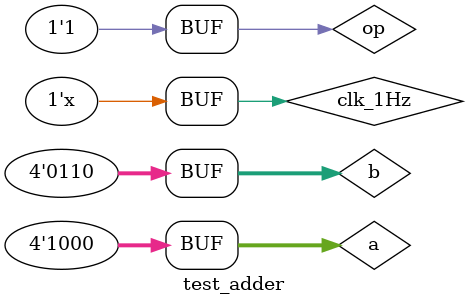
<source format=v>
`timescale 1ns/100ps
module test_adder();
  reg clk_1Hz,op;
  reg [3:0]a,b;
  wire [3:0]s;
  wire cout;
  adder u0(a,b,op,s,cout);
  always #10 clk_1Hz = ~clk_1Hz ;
  initial
  begin
    clk_1Hz=0;
    #20;
    a=4'b1110;b=4'b1011;op=1'b0;
    #20;
    a=4'b1110;b=4'b1011;op=1'b1;
    
    #20;
    a=4'b0000;b=4'b0000;op=1'b0;
    #20;
    a=4'b0000;b=4'b0000;op=1'b1;
    
    #20;
    a=4'b0000;b=4'b0001;op=1'b0;
    #20;
    a=4'b0000;b=4'b0001;op=1'b1;

    #20;
    a=4'b1101;b=4'b0100;op=1'b0;
    #20;
    a=4'b1101;b=4'b0100;op=1'b1;

    #20;
    a=4'b0000;b=4'b1001;op=1'b0;
    #20;
    a=4'b0000;b=4'b1001;op=1'b1;
    
    #20;
    a=4'b1000;b=4'b0110;op=1'b0;
    #20;
    a=4'b1000;b=4'b0110;op=1'b1;
    end
endmodule
</source>
